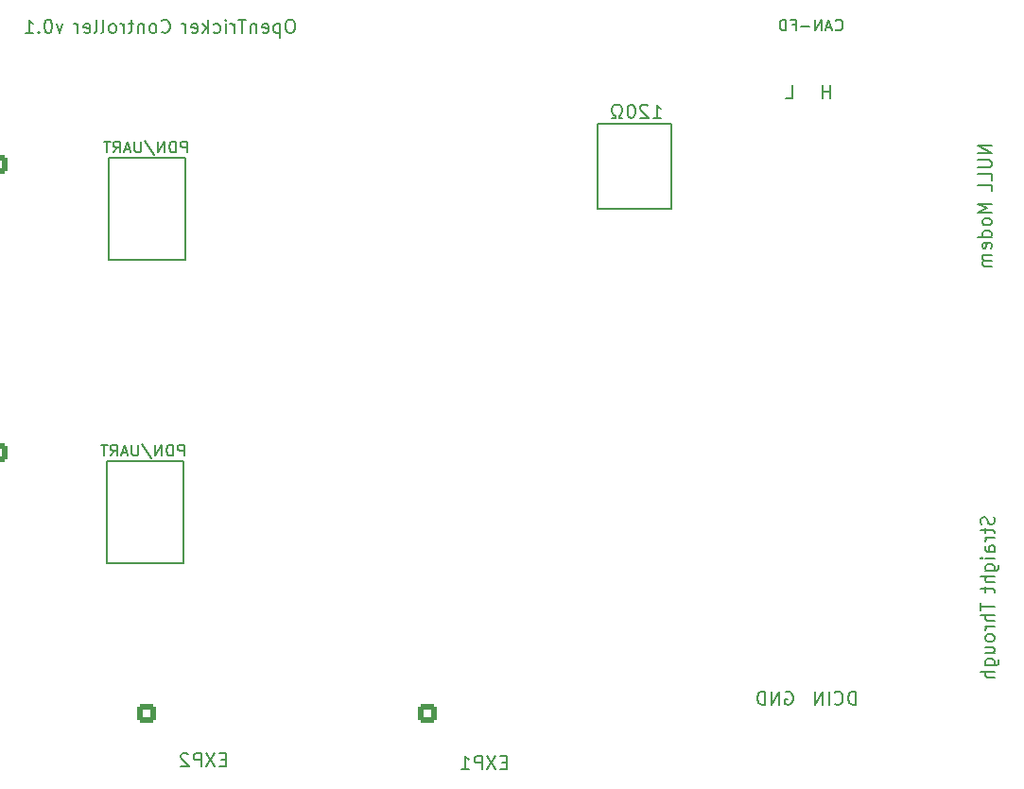
<source format=gbr>
%TF.GenerationSoftware,KiCad,Pcbnew,(7.0.0)*%
%TF.CreationDate,2023-03-03T20:24:59+13:00*%
%TF.ProjectId,pico_expansion_board,7069636f-5f65-4787-9061-6e73696f6e5f,rev?*%
%TF.SameCoordinates,Original*%
%TF.FileFunction,Legend,Bot*%
%TF.FilePolarity,Positive*%
%FSLAX46Y46*%
G04 Gerber Fmt 4.6, Leading zero omitted, Abs format (unit mm)*
G04 Created by KiCad (PCBNEW (7.0.0)) date 2023-03-03 20:24:59*
%MOMM*%
%LPD*%
G01*
G04 APERTURE LIST*
G04 Aperture macros list*
%AMRoundRect*
0 Rectangle with rounded corners*
0 $1 Rounding radius*
0 $2 $3 $4 $5 $6 $7 $8 $9 X,Y pos of 4 corners*
0 Add a 4 corners polygon primitive as box body*
4,1,4,$2,$3,$4,$5,$6,$7,$8,$9,$2,$3,0*
0 Add four circle primitives for the rounded corners*
1,1,$1+$1,$2,$3*
1,1,$1+$1,$4,$5*
1,1,$1+$1,$6,$7*
1,1,$1+$1,$8,$9*
0 Add four rect primitives between the rounded corners*
20,1,$1+$1,$2,$3,$4,$5,0*
20,1,$1+$1,$4,$5,$6,$7,0*
20,1,$1+$1,$6,$7,$8,$9,0*
20,1,$1+$1,$8,$9,$2,$3,0*%
G04 Aperture macros list end*
%ADD10C,0.150000*%
%ADD11R,1.350000X1.350000*%
%ADD12O,1.350000X1.350000*%
%ADD13R,3.000000X3.000000*%
%ADD14C,3.000000*%
%ADD15C,6.400000*%
%ADD16RoundRect,0.250000X0.600000X-0.600000X0.600000X0.600000X-0.600000X0.600000X-0.600000X-0.600000X0*%
%ADD17C,1.700000*%
%ADD18O,1.800000X1.800000*%
%ADD19O,1.500000X1.500000*%
%ADD20O,1.700000X1.700000*%
%ADD21R,1.700000X1.700000*%
%ADD22C,1.200000*%
%ADD23RoundRect,0.250000X-0.725000X0.600000X-0.725000X-0.600000X0.725000X-0.600000X0.725000X0.600000X0*%
%ADD24O,1.950000X1.700000*%
%ADD25C,4.000000*%
%ADD26R,1.600000X1.600000*%
%ADD27C,1.600000*%
%ADD28R,2.100000X2.100000*%
%ADD29C,2.100000*%
G04 APERTURE END LIST*
D10*
X109982000Y-68834000D02*
X116586000Y-68834000D01*
X116586000Y-68834000D02*
X116586000Y-76454000D01*
X116586000Y-76454000D02*
X109982000Y-76454000D01*
X109982000Y-76454000D02*
X109982000Y-68834000D01*
X66167000Y-71882000D02*
X73025000Y-71882000D01*
X73025000Y-71882000D02*
X73025000Y-81026000D01*
X73025000Y-81026000D02*
X66167000Y-81026000D01*
X66167000Y-81026000D02*
X66167000Y-71882000D01*
X66040000Y-99060000D02*
X72898000Y-99060000D01*
X72898000Y-99060000D02*
X72898000Y-108204000D01*
X72898000Y-108204000D02*
X66040000Y-108204000D01*
X66040000Y-108204000D02*
X66040000Y-99060000D01*
X82543714Y-59498857D02*
X82315142Y-59498857D01*
X82315142Y-59498857D02*
X82200857Y-59556000D01*
X82200857Y-59556000D02*
X82086571Y-59670285D01*
X82086571Y-59670285D02*
X82029428Y-59898857D01*
X82029428Y-59898857D02*
X82029428Y-60298857D01*
X82029428Y-60298857D02*
X82086571Y-60527428D01*
X82086571Y-60527428D02*
X82200857Y-60641714D01*
X82200857Y-60641714D02*
X82315142Y-60698857D01*
X82315142Y-60698857D02*
X82543714Y-60698857D01*
X82543714Y-60698857D02*
X82658000Y-60641714D01*
X82658000Y-60641714D02*
X82772285Y-60527428D01*
X82772285Y-60527428D02*
X82829428Y-60298857D01*
X82829428Y-60298857D02*
X82829428Y-59898857D01*
X82829428Y-59898857D02*
X82772285Y-59670285D01*
X82772285Y-59670285D02*
X82658000Y-59556000D01*
X82658000Y-59556000D02*
X82543714Y-59498857D01*
X81515142Y-59898857D02*
X81515142Y-61098857D01*
X81515142Y-59956000D02*
X81400857Y-59898857D01*
X81400857Y-59898857D02*
X81172285Y-59898857D01*
X81172285Y-59898857D02*
X81057999Y-59956000D01*
X81057999Y-59956000D02*
X81000857Y-60013142D01*
X81000857Y-60013142D02*
X80943714Y-60127428D01*
X80943714Y-60127428D02*
X80943714Y-60470285D01*
X80943714Y-60470285D02*
X81000857Y-60584571D01*
X81000857Y-60584571D02*
X81057999Y-60641714D01*
X81057999Y-60641714D02*
X81172285Y-60698857D01*
X81172285Y-60698857D02*
X81400857Y-60698857D01*
X81400857Y-60698857D02*
X81515142Y-60641714D01*
X79972285Y-60641714D02*
X80086571Y-60698857D01*
X80086571Y-60698857D02*
X80315143Y-60698857D01*
X80315143Y-60698857D02*
X80429428Y-60641714D01*
X80429428Y-60641714D02*
X80486571Y-60527428D01*
X80486571Y-60527428D02*
X80486571Y-60070285D01*
X80486571Y-60070285D02*
X80429428Y-59956000D01*
X80429428Y-59956000D02*
X80315143Y-59898857D01*
X80315143Y-59898857D02*
X80086571Y-59898857D01*
X80086571Y-59898857D02*
X79972285Y-59956000D01*
X79972285Y-59956000D02*
X79915143Y-60070285D01*
X79915143Y-60070285D02*
X79915143Y-60184571D01*
X79915143Y-60184571D02*
X80486571Y-60298857D01*
X79400857Y-59898857D02*
X79400857Y-60698857D01*
X79400857Y-60013142D02*
X79343714Y-59956000D01*
X79343714Y-59956000D02*
X79229429Y-59898857D01*
X79229429Y-59898857D02*
X79058000Y-59898857D01*
X79058000Y-59898857D02*
X78943714Y-59956000D01*
X78943714Y-59956000D02*
X78886572Y-60070285D01*
X78886572Y-60070285D02*
X78886572Y-60698857D01*
X78486572Y-59498857D02*
X77800858Y-59498857D01*
X78143715Y-60698857D02*
X78143715Y-59498857D01*
X77400857Y-60698857D02*
X77400857Y-59898857D01*
X77400857Y-60127428D02*
X77343714Y-60013142D01*
X77343714Y-60013142D02*
X77286572Y-59956000D01*
X77286572Y-59956000D02*
X77172286Y-59898857D01*
X77172286Y-59898857D02*
X77058000Y-59898857D01*
X76658000Y-60698857D02*
X76658000Y-59898857D01*
X76658000Y-59498857D02*
X76715143Y-59556000D01*
X76715143Y-59556000D02*
X76658000Y-59613142D01*
X76658000Y-59613142D02*
X76600857Y-59556000D01*
X76600857Y-59556000D02*
X76658000Y-59498857D01*
X76658000Y-59498857D02*
X76658000Y-59613142D01*
X75572286Y-60641714D02*
X75686571Y-60698857D01*
X75686571Y-60698857D02*
X75915143Y-60698857D01*
X75915143Y-60698857D02*
X76029428Y-60641714D01*
X76029428Y-60641714D02*
X76086571Y-60584571D01*
X76086571Y-60584571D02*
X76143714Y-60470285D01*
X76143714Y-60470285D02*
X76143714Y-60127428D01*
X76143714Y-60127428D02*
X76086571Y-60013142D01*
X76086571Y-60013142D02*
X76029428Y-59956000D01*
X76029428Y-59956000D02*
X75915143Y-59898857D01*
X75915143Y-59898857D02*
X75686571Y-59898857D01*
X75686571Y-59898857D02*
X75572286Y-59956000D01*
X75058000Y-60698857D02*
X75058000Y-59498857D01*
X74943715Y-60241714D02*
X74600857Y-60698857D01*
X74600857Y-59898857D02*
X75058000Y-60356000D01*
X73629428Y-60641714D02*
X73743714Y-60698857D01*
X73743714Y-60698857D02*
X73972286Y-60698857D01*
X73972286Y-60698857D02*
X74086571Y-60641714D01*
X74086571Y-60641714D02*
X74143714Y-60527428D01*
X74143714Y-60527428D02*
X74143714Y-60070285D01*
X74143714Y-60070285D02*
X74086571Y-59956000D01*
X74086571Y-59956000D02*
X73972286Y-59898857D01*
X73972286Y-59898857D02*
X73743714Y-59898857D01*
X73743714Y-59898857D02*
X73629428Y-59956000D01*
X73629428Y-59956000D02*
X73572286Y-60070285D01*
X73572286Y-60070285D02*
X73572286Y-60184571D01*
X73572286Y-60184571D02*
X74143714Y-60298857D01*
X73058000Y-60698857D02*
X73058000Y-59898857D01*
X73058000Y-60127428D02*
X73000857Y-60013142D01*
X73000857Y-60013142D02*
X72943715Y-59956000D01*
X72943715Y-59956000D02*
X72829429Y-59898857D01*
X72829429Y-59898857D02*
X72715143Y-59898857D01*
X70909429Y-60584571D02*
X70966572Y-60641714D01*
X70966572Y-60641714D02*
X71138000Y-60698857D01*
X71138000Y-60698857D02*
X71252286Y-60698857D01*
X71252286Y-60698857D02*
X71423715Y-60641714D01*
X71423715Y-60641714D02*
X71538000Y-60527428D01*
X71538000Y-60527428D02*
X71595143Y-60413142D01*
X71595143Y-60413142D02*
X71652286Y-60184571D01*
X71652286Y-60184571D02*
X71652286Y-60013142D01*
X71652286Y-60013142D02*
X71595143Y-59784571D01*
X71595143Y-59784571D02*
X71538000Y-59670285D01*
X71538000Y-59670285D02*
X71423715Y-59556000D01*
X71423715Y-59556000D02*
X71252286Y-59498857D01*
X71252286Y-59498857D02*
X71138000Y-59498857D01*
X71138000Y-59498857D02*
X70966572Y-59556000D01*
X70966572Y-59556000D02*
X70909429Y-59613142D01*
X70223715Y-60698857D02*
X70338000Y-60641714D01*
X70338000Y-60641714D02*
X70395143Y-60584571D01*
X70395143Y-60584571D02*
X70452286Y-60470285D01*
X70452286Y-60470285D02*
X70452286Y-60127428D01*
X70452286Y-60127428D02*
X70395143Y-60013142D01*
X70395143Y-60013142D02*
X70338000Y-59956000D01*
X70338000Y-59956000D02*
X70223715Y-59898857D01*
X70223715Y-59898857D02*
X70052286Y-59898857D01*
X70052286Y-59898857D02*
X69938000Y-59956000D01*
X69938000Y-59956000D02*
X69880858Y-60013142D01*
X69880858Y-60013142D02*
X69823715Y-60127428D01*
X69823715Y-60127428D02*
X69823715Y-60470285D01*
X69823715Y-60470285D02*
X69880858Y-60584571D01*
X69880858Y-60584571D02*
X69938000Y-60641714D01*
X69938000Y-60641714D02*
X70052286Y-60698857D01*
X70052286Y-60698857D02*
X70223715Y-60698857D01*
X69309429Y-59898857D02*
X69309429Y-60698857D01*
X69309429Y-60013142D02*
X69252286Y-59956000D01*
X69252286Y-59956000D02*
X69138001Y-59898857D01*
X69138001Y-59898857D02*
X68966572Y-59898857D01*
X68966572Y-59898857D02*
X68852286Y-59956000D01*
X68852286Y-59956000D02*
X68795144Y-60070285D01*
X68795144Y-60070285D02*
X68795144Y-60698857D01*
X68395144Y-59898857D02*
X67938001Y-59898857D01*
X68223715Y-59498857D02*
X68223715Y-60527428D01*
X68223715Y-60527428D02*
X68166572Y-60641714D01*
X68166572Y-60641714D02*
X68052287Y-60698857D01*
X68052287Y-60698857D02*
X67938001Y-60698857D01*
X67538001Y-60698857D02*
X67538001Y-59898857D01*
X67538001Y-60127428D02*
X67480858Y-60013142D01*
X67480858Y-60013142D02*
X67423716Y-59956000D01*
X67423716Y-59956000D02*
X67309430Y-59898857D01*
X67309430Y-59898857D02*
X67195144Y-59898857D01*
X66623716Y-60698857D02*
X66738001Y-60641714D01*
X66738001Y-60641714D02*
X66795144Y-60584571D01*
X66795144Y-60584571D02*
X66852287Y-60470285D01*
X66852287Y-60470285D02*
X66852287Y-60127428D01*
X66852287Y-60127428D02*
X66795144Y-60013142D01*
X66795144Y-60013142D02*
X66738001Y-59956000D01*
X66738001Y-59956000D02*
X66623716Y-59898857D01*
X66623716Y-59898857D02*
X66452287Y-59898857D01*
X66452287Y-59898857D02*
X66338001Y-59956000D01*
X66338001Y-59956000D02*
X66280859Y-60013142D01*
X66280859Y-60013142D02*
X66223716Y-60127428D01*
X66223716Y-60127428D02*
X66223716Y-60470285D01*
X66223716Y-60470285D02*
X66280859Y-60584571D01*
X66280859Y-60584571D02*
X66338001Y-60641714D01*
X66338001Y-60641714D02*
X66452287Y-60698857D01*
X66452287Y-60698857D02*
X66623716Y-60698857D01*
X65538002Y-60698857D02*
X65652287Y-60641714D01*
X65652287Y-60641714D02*
X65709430Y-60527428D01*
X65709430Y-60527428D02*
X65709430Y-59498857D01*
X64909431Y-60698857D02*
X65023716Y-60641714D01*
X65023716Y-60641714D02*
X65080859Y-60527428D01*
X65080859Y-60527428D02*
X65080859Y-59498857D01*
X63995145Y-60641714D02*
X64109431Y-60698857D01*
X64109431Y-60698857D02*
X64338003Y-60698857D01*
X64338003Y-60698857D02*
X64452288Y-60641714D01*
X64452288Y-60641714D02*
X64509431Y-60527428D01*
X64509431Y-60527428D02*
X64509431Y-60070285D01*
X64509431Y-60070285D02*
X64452288Y-59956000D01*
X64452288Y-59956000D02*
X64338003Y-59898857D01*
X64338003Y-59898857D02*
X64109431Y-59898857D01*
X64109431Y-59898857D02*
X63995145Y-59956000D01*
X63995145Y-59956000D02*
X63938003Y-60070285D01*
X63938003Y-60070285D02*
X63938003Y-60184571D01*
X63938003Y-60184571D02*
X64509431Y-60298857D01*
X63423717Y-60698857D02*
X63423717Y-59898857D01*
X63423717Y-60127428D02*
X63366574Y-60013142D01*
X63366574Y-60013142D02*
X63309432Y-59956000D01*
X63309432Y-59956000D02*
X63195146Y-59898857D01*
X63195146Y-59898857D02*
X63080860Y-59898857D01*
X62075146Y-59898857D02*
X61789432Y-60698857D01*
X61789432Y-60698857D02*
X61503717Y-59898857D01*
X60818003Y-59498857D02*
X60703717Y-59498857D01*
X60703717Y-59498857D02*
X60589431Y-59556000D01*
X60589431Y-59556000D02*
X60532289Y-59613142D01*
X60532289Y-59613142D02*
X60475146Y-59727428D01*
X60475146Y-59727428D02*
X60418003Y-59956000D01*
X60418003Y-59956000D02*
X60418003Y-60241714D01*
X60418003Y-60241714D02*
X60475146Y-60470285D01*
X60475146Y-60470285D02*
X60532289Y-60584571D01*
X60532289Y-60584571D02*
X60589431Y-60641714D01*
X60589431Y-60641714D02*
X60703717Y-60698857D01*
X60703717Y-60698857D02*
X60818003Y-60698857D01*
X60818003Y-60698857D02*
X60932289Y-60641714D01*
X60932289Y-60641714D02*
X60989431Y-60584571D01*
X60989431Y-60584571D02*
X61046574Y-60470285D01*
X61046574Y-60470285D02*
X61103717Y-60241714D01*
X61103717Y-60241714D02*
X61103717Y-59956000D01*
X61103717Y-59956000D02*
X61046574Y-59727428D01*
X61046574Y-59727428D02*
X60989431Y-59613142D01*
X60989431Y-59613142D02*
X60932289Y-59556000D01*
X60932289Y-59556000D02*
X60818003Y-59498857D01*
X59903717Y-60584571D02*
X59846574Y-60641714D01*
X59846574Y-60641714D02*
X59903717Y-60698857D01*
X59903717Y-60698857D02*
X59960860Y-60641714D01*
X59960860Y-60641714D02*
X59903717Y-60584571D01*
X59903717Y-60584571D02*
X59903717Y-60698857D01*
X58703717Y-60698857D02*
X59389431Y-60698857D01*
X59046574Y-60698857D02*
X59046574Y-59498857D01*
X59046574Y-59498857D02*
X59160860Y-59670285D01*
X59160860Y-59670285D02*
X59275145Y-59784571D01*
X59275145Y-59784571D02*
X59389431Y-59841714D01*
X101821999Y-126050285D02*
X101421999Y-126050285D01*
X101250571Y-126678857D02*
X101821999Y-126678857D01*
X101821999Y-126678857D02*
X101821999Y-125478857D01*
X101821999Y-125478857D02*
X101250571Y-125478857D01*
X100850571Y-125478857D02*
X100050571Y-126678857D01*
X100050571Y-125478857D02*
X100850571Y-126678857D01*
X99593428Y-126678857D02*
X99593428Y-125478857D01*
X99593428Y-125478857D02*
X99136285Y-125478857D01*
X99136285Y-125478857D02*
X99022000Y-125536000D01*
X99022000Y-125536000D02*
X98964857Y-125593142D01*
X98964857Y-125593142D02*
X98907714Y-125707428D01*
X98907714Y-125707428D02*
X98907714Y-125878857D01*
X98907714Y-125878857D02*
X98964857Y-125993142D01*
X98964857Y-125993142D02*
X99022000Y-126050285D01*
X99022000Y-126050285D02*
X99136285Y-126107428D01*
X99136285Y-126107428D02*
X99593428Y-126107428D01*
X97764857Y-126678857D02*
X98450571Y-126678857D01*
X98107714Y-126678857D02*
X98107714Y-125478857D01*
X98107714Y-125478857D02*
X98222000Y-125650285D01*
X98222000Y-125650285D02*
X98336285Y-125764571D01*
X98336285Y-125764571D02*
X98450571Y-125821714D01*
X72913904Y-98588380D02*
X72913904Y-97588380D01*
X72913904Y-97588380D02*
X72532952Y-97588380D01*
X72532952Y-97588380D02*
X72437714Y-97636000D01*
X72437714Y-97636000D02*
X72390095Y-97683619D01*
X72390095Y-97683619D02*
X72342476Y-97778857D01*
X72342476Y-97778857D02*
X72342476Y-97921714D01*
X72342476Y-97921714D02*
X72390095Y-98016952D01*
X72390095Y-98016952D02*
X72437714Y-98064571D01*
X72437714Y-98064571D02*
X72532952Y-98112190D01*
X72532952Y-98112190D02*
X72913904Y-98112190D01*
X71913904Y-98588380D02*
X71913904Y-97588380D01*
X71913904Y-97588380D02*
X71675809Y-97588380D01*
X71675809Y-97588380D02*
X71532952Y-97636000D01*
X71532952Y-97636000D02*
X71437714Y-97731238D01*
X71437714Y-97731238D02*
X71390095Y-97826476D01*
X71390095Y-97826476D02*
X71342476Y-98016952D01*
X71342476Y-98016952D02*
X71342476Y-98159809D01*
X71342476Y-98159809D02*
X71390095Y-98350285D01*
X71390095Y-98350285D02*
X71437714Y-98445523D01*
X71437714Y-98445523D02*
X71532952Y-98540761D01*
X71532952Y-98540761D02*
X71675809Y-98588380D01*
X71675809Y-98588380D02*
X71913904Y-98588380D01*
X70913904Y-98588380D02*
X70913904Y-97588380D01*
X70913904Y-97588380D02*
X70342476Y-98588380D01*
X70342476Y-98588380D02*
X70342476Y-97588380D01*
X69152000Y-97540761D02*
X70009142Y-98826476D01*
X68818666Y-97588380D02*
X68818666Y-98397904D01*
X68818666Y-98397904D02*
X68771047Y-98493142D01*
X68771047Y-98493142D02*
X68723428Y-98540761D01*
X68723428Y-98540761D02*
X68628190Y-98588380D01*
X68628190Y-98588380D02*
X68437714Y-98588380D01*
X68437714Y-98588380D02*
X68342476Y-98540761D01*
X68342476Y-98540761D02*
X68294857Y-98493142D01*
X68294857Y-98493142D02*
X68247238Y-98397904D01*
X68247238Y-98397904D02*
X68247238Y-97588380D01*
X67818666Y-98302666D02*
X67342476Y-98302666D01*
X67913904Y-98588380D02*
X67580571Y-97588380D01*
X67580571Y-97588380D02*
X67247238Y-98588380D01*
X66342476Y-98588380D02*
X66675809Y-98112190D01*
X66913904Y-98588380D02*
X66913904Y-97588380D01*
X66913904Y-97588380D02*
X66532952Y-97588380D01*
X66532952Y-97588380D02*
X66437714Y-97636000D01*
X66437714Y-97636000D02*
X66390095Y-97683619D01*
X66390095Y-97683619D02*
X66342476Y-97778857D01*
X66342476Y-97778857D02*
X66342476Y-97921714D01*
X66342476Y-97921714D02*
X66390095Y-98016952D01*
X66390095Y-98016952D02*
X66437714Y-98064571D01*
X66437714Y-98064571D02*
X66532952Y-98112190D01*
X66532952Y-98112190D02*
X66913904Y-98112190D01*
X66056761Y-97588380D02*
X65485333Y-97588380D01*
X65771047Y-98588380D02*
X65771047Y-97588380D01*
X73167904Y-71410380D02*
X73167904Y-70410380D01*
X73167904Y-70410380D02*
X72786952Y-70410380D01*
X72786952Y-70410380D02*
X72691714Y-70458000D01*
X72691714Y-70458000D02*
X72644095Y-70505619D01*
X72644095Y-70505619D02*
X72596476Y-70600857D01*
X72596476Y-70600857D02*
X72596476Y-70743714D01*
X72596476Y-70743714D02*
X72644095Y-70838952D01*
X72644095Y-70838952D02*
X72691714Y-70886571D01*
X72691714Y-70886571D02*
X72786952Y-70934190D01*
X72786952Y-70934190D02*
X73167904Y-70934190D01*
X72167904Y-71410380D02*
X72167904Y-70410380D01*
X72167904Y-70410380D02*
X71929809Y-70410380D01*
X71929809Y-70410380D02*
X71786952Y-70458000D01*
X71786952Y-70458000D02*
X71691714Y-70553238D01*
X71691714Y-70553238D02*
X71644095Y-70648476D01*
X71644095Y-70648476D02*
X71596476Y-70838952D01*
X71596476Y-70838952D02*
X71596476Y-70981809D01*
X71596476Y-70981809D02*
X71644095Y-71172285D01*
X71644095Y-71172285D02*
X71691714Y-71267523D01*
X71691714Y-71267523D02*
X71786952Y-71362761D01*
X71786952Y-71362761D02*
X71929809Y-71410380D01*
X71929809Y-71410380D02*
X72167904Y-71410380D01*
X71167904Y-71410380D02*
X71167904Y-70410380D01*
X71167904Y-70410380D02*
X70596476Y-71410380D01*
X70596476Y-71410380D02*
X70596476Y-70410380D01*
X69406000Y-70362761D02*
X70263142Y-71648476D01*
X69072666Y-70410380D02*
X69072666Y-71219904D01*
X69072666Y-71219904D02*
X69025047Y-71315142D01*
X69025047Y-71315142D02*
X68977428Y-71362761D01*
X68977428Y-71362761D02*
X68882190Y-71410380D01*
X68882190Y-71410380D02*
X68691714Y-71410380D01*
X68691714Y-71410380D02*
X68596476Y-71362761D01*
X68596476Y-71362761D02*
X68548857Y-71315142D01*
X68548857Y-71315142D02*
X68501238Y-71219904D01*
X68501238Y-71219904D02*
X68501238Y-70410380D01*
X68072666Y-71124666D02*
X67596476Y-71124666D01*
X68167904Y-71410380D02*
X67834571Y-70410380D01*
X67834571Y-70410380D02*
X67501238Y-71410380D01*
X66596476Y-71410380D02*
X66929809Y-70934190D01*
X67167904Y-71410380D02*
X67167904Y-70410380D01*
X67167904Y-70410380D02*
X66786952Y-70410380D01*
X66786952Y-70410380D02*
X66691714Y-70458000D01*
X66691714Y-70458000D02*
X66644095Y-70505619D01*
X66644095Y-70505619D02*
X66596476Y-70600857D01*
X66596476Y-70600857D02*
X66596476Y-70743714D01*
X66596476Y-70743714D02*
X66644095Y-70838952D01*
X66644095Y-70838952D02*
X66691714Y-70886571D01*
X66691714Y-70886571D02*
X66786952Y-70934190D01*
X66786952Y-70934190D02*
X67167904Y-70934190D01*
X66310761Y-70410380D02*
X65739333Y-70410380D01*
X66025047Y-71410380D02*
X66025047Y-70410380D01*
X130778285Y-66540857D02*
X130778285Y-65340857D01*
X130778285Y-65912285D02*
X130092571Y-65912285D01*
X130092571Y-66540857D02*
X130092571Y-65340857D01*
X126789714Y-66540857D02*
X127361142Y-66540857D01*
X127361142Y-66540857D02*
X127361142Y-65340857D01*
X114909714Y-68318857D02*
X115595428Y-68318857D01*
X115252571Y-68318857D02*
X115252571Y-67118857D01*
X115252571Y-67118857D02*
X115366857Y-67290285D01*
X115366857Y-67290285D02*
X115481142Y-67404571D01*
X115481142Y-67404571D02*
X115595428Y-67461714D01*
X114452571Y-67233142D02*
X114395428Y-67176000D01*
X114395428Y-67176000D02*
X114281143Y-67118857D01*
X114281143Y-67118857D02*
X113995428Y-67118857D01*
X113995428Y-67118857D02*
X113881143Y-67176000D01*
X113881143Y-67176000D02*
X113824000Y-67233142D01*
X113824000Y-67233142D02*
X113766857Y-67347428D01*
X113766857Y-67347428D02*
X113766857Y-67461714D01*
X113766857Y-67461714D02*
X113824000Y-67633142D01*
X113824000Y-67633142D02*
X114509714Y-68318857D01*
X114509714Y-68318857D02*
X113766857Y-68318857D01*
X113024000Y-67118857D02*
X112909714Y-67118857D01*
X112909714Y-67118857D02*
X112795428Y-67176000D01*
X112795428Y-67176000D02*
X112738286Y-67233142D01*
X112738286Y-67233142D02*
X112681143Y-67347428D01*
X112681143Y-67347428D02*
X112624000Y-67576000D01*
X112624000Y-67576000D02*
X112624000Y-67861714D01*
X112624000Y-67861714D02*
X112681143Y-68090285D01*
X112681143Y-68090285D02*
X112738286Y-68204571D01*
X112738286Y-68204571D02*
X112795428Y-68261714D01*
X112795428Y-68261714D02*
X112909714Y-68318857D01*
X112909714Y-68318857D02*
X113024000Y-68318857D01*
X113024000Y-68318857D02*
X113138286Y-68261714D01*
X113138286Y-68261714D02*
X113195428Y-68204571D01*
X113195428Y-68204571D02*
X113252571Y-68090285D01*
X113252571Y-68090285D02*
X113309714Y-67861714D01*
X113309714Y-67861714D02*
X113309714Y-67576000D01*
X113309714Y-67576000D02*
X113252571Y-67347428D01*
X113252571Y-67347428D02*
X113195428Y-67233142D01*
X113195428Y-67233142D02*
X113138286Y-67176000D01*
X113138286Y-67176000D02*
X113024000Y-67118857D01*
X112166857Y-68318857D02*
X111881143Y-68318857D01*
X111881143Y-68318857D02*
X111881143Y-68090285D01*
X111881143Y-68090285D02*
X111995429Y-68033142D01*
X111995429Y-68033142D02*
X112109714Y-67918857D01*
X112109714Y-67918857D02*
X112166857Y-67747428D01*
X112166857Y-67747428D02*
X112166857Y-67461714D01*
X112166857Y-67461714D02*
X112109714Y-67290285D01*
X112109714Y-67290285D02*
X111995429Y-67176000D01*
X111995429Y-67176000D02*
X111824000Y-67118857D01*
X111824000Y-67118857D02*
X111595429Y-67118857D01*
X111595429Y-67118857D02*
X111424000Y-67176000D01*
X111424000Y-67176000D02*
X111309714Y-67290285D01*
X111309714Y-67290285D02*
X111252571Y-67461714D01*
X111252571Y-67461714D02*
X111252571Y-67747428D01*
X111252571Y-67747428D02*
X111309714Y-67918857D01*
X111309714Y-67918857D02*
X111424000Y-68033142D01*
X111424000Y-68033142D02*
X111538286Y-68090285D01*
X111538286Y-68090285D02*
X111538286Y-68318857D01*
X111538286Y-68318857D02*
X111252571Y-68318857D01*
X131270476Y-60393142D02*
X131318095Y-60440761D01*
X131318095Y-60440761D02*
X131460952Y-60488380D01*
X131460952Y-60488380D02*
X131556190Y-60488380D01*
X131556190Y-60488380D02*
X131699047Y-60440761D01*
X131699047Y-60440761D02*
X131794285Y-60345523D01*
X131794285Y-60345523D02*
X131841904Y-60250285D01*
X131841904Y-60250285D02*
X131889523Y-60059809D01*
X131889523Y-60059809D02*
X131889523Y-59916952D01*
X131889523Y-59916952D02*
X131841904Y-59726476D01*
X131841904Y-59726476D02*
X131794285Y-59631238D01*
X131794285Y-59631238D02*
X131699047Y-59536000D01*
X131699047Y-59536000D02*
X131556190Y-59488380D01*
X131556190Y-59488380D02*
X131460952Y-59488380D01*
X131460952Y-59488380D02*
X131318095Y-59536000D01*
X131318095Y-59536000D02*
X131270476Y-59583619D01*
X130889523Y-60202666D02*
X130413333Y-60202666D01*
X130984761Y-60488380D02*
X130651428Y-59488380D01*
X130651428Y-59488380D02*
X130318095Y-60488380D01*
X129984761Y-60488380D02*
X129984761Y-59488380D01*
X129984761Y-59488380D02*
X129413333Y-60488380D01*
X129413333Y-60488380D02*
X129413333Y-59488380D01*
X128937142Y-60107428D02*
X128175238Y-60107428D01*
X127365714Y-59964571D02*
X127699047Y-59964571D01*
X127699047Y-60488380D02*
X127699047Y-59488380D01*
X127699047Y-59488380D02*
X127222857Y-59488380D01*
X126841904Y-60488380D02*
X126841904Y-59488380D01*
X126841904Y-59488380D02*
X126603809Y-59488380D01*
X126603809Y-59488380D02*
X126460952Y-59536000D01*
X126460952Y-59536000D02*
X126365714Y-59631238D01*
X126365714Y-59631238D02*
X126318095Y-59726476D01*
X126318095Y-59726476D02*
X126270476Y-59916952D01*
X126270476Y-59916952D02*
X126270476Y-60059809D01*
X126270476Y-60059809D02*
X126318095Y-60250285D01*
X126318095Y-60250285D02*
X126365714Y-60345523D01*
X126365714Y-60345523D02*
X126460952Y-60440761D01*
X126460952Y-60440761D02*
X126603809Y-60488380D01*
X126603809Y-60488380D02*
X126841904Y-60488380D01*
X133064285Y-120896857D02*
X133064285Y-119696857D01*
X133064285Y-119696857D02*
X132778571Y-119696857D01*
X132778571Y-119696857D02*
X132607142Y-119754000D01*
X132607142Y-119754000D02*
X132492857Y-119868285D01*
X132492857Y-119868285D02*
X132435714Y-119982571D01*
X132435714Y-119982571D02*
X132378571Y-120211142D01*
X132378571Y-120211142D02*
X132378571Y-120382571D01*
X132378571Y-120382571D02*
X132435714Y-120611142D01*
X132435714Y-120611142D02*
X132492857Y-120725428D01*
X132492857Y-120725428D02*
X132607142Y-120839714D01*
X132607142Y-120839714D02*
X132778571Y-120896857D01*
X132778571Y-120896857D02*
X133064285Y-120896857D01*
X131178571Y-120782571D02*
X131235714Y-120839714D01*
X131235714Y-120839714D02*
X131407142Y-120896857D01*
X131407142Y-120896857D02*
X131521428Y-120896857D01*
X131521428Y-120896857D02*
X131692857Y-120839714D01*
X131692857Y-120839714D02*
X131807142Y-120725428D01*
X131807142Y-120725428D02*
X131864285Y-120611142D01*
X131864285Y-120611142D02*
X131921428Y-120382571D01*
X131921428Y-120382571D02*
X131921428Y-120211142D01*
X131921428Y-120211142D02*
X131864285Y-119982571D01*
X131864285Y-119982571D02*
X131807142Y-119868285D01*
X131807142Y-119868285D02*
X131692857Y-119754000D01*
X131692857Y-119754000D02*
X131521428Y-119696857D01*
X131521428Y-119696857D02*
X131407142Y-119696857D01*
X131407142Y-119696857D02*
X131235714Y-119754000D01*
X131235714Y-119754000D02*
X131178571Y-119811142D01*
X130664285Y-120896857D02*
X130664285Y-119696857D01*
X130092856Y-120896857D02*
X130092856Y-119696857D01*
X130092856Y-119696857D02*
X129407142Y-120896857D01*
X129407142Y-120896857D02*
X129407142Y-119696857D01*
X126767142Y-119754000D02*
X126881428Y-119696857D01*
X126881428Y-119696857D02*
X127052856Y-119696857D01*
X127052856Y-119696857D02*
X127224285Y-119754000D01*
X127224285Y-119754000D02*
X127338570Y-119868285D01*
X127338570Y-119868285D02*
X127395713Y-119982571D01*
X127395713Y-119982571D02*
X127452856Y-120211142D01*
X127452856Y-120211142D02*
X127452856Y-120382571D01*
X127452856Y-120382571D02*
X127395713Y-120611142D01*
X127395713Y-120611142D02*
X127338570Y-120725428D01*
X127338570Y-120725428D02*
X127224285Y-120839714D01*
X127224285Y-120839714D02*
X127052856Y-120896857D01*
X127052856Y-120896857D02*
X126938570Y-120896857D01*
X126938570Y-120896857D02*
X126767142Y-120839714D01*
X126767142Y-120839714D02*
X126709999Y-120782571D01*
X126709999Y-120782571D02*
X126709999Y-120382571D01*
X126709999Y-120382571D02*
X126938570Y-120382571D01*
X126195713Y-120896857D02*
X126195713Y-119696857D01*
X126195713Y-119696857D02*
X125509999Y-120896857D01*
X125509999Y-120896857D02*
X125509999Y-119696857D01*
X124938570Y-120896857D02*
X124938570Y-119696857D01*
X124938570Y-119696857D02*
X124652856Y-119696857D01*
X124652856Y-119696857D02*
X124481427Y-119754000D01*
X124481427Y-119754000D02*
X124367142Y-119868285D01*
X124367142Y-119868285D02*
X124309999Y-119982571D01*
X124309999Y-119982571D02*
X124252856Y-120211142D01*
X124252856Y-120211142D02*
X124252856Y-120382571D01*
X124252856Y-120382571D02*
X124309999Y-120611142D01*
X124309999Y-120611142D02*
X124367142Y-120725428D01*
X124367142Y-120725428D02*
X124481427Y-120839714D01*
X124481427Y-120839714D02*
X124652856Y-120896857D01*
X124652856Y-120896857D02*
X124938570Y-120896857D01*
X76675999Y-125796285D02*
X76275999Y-125796285D01*
X76104571Y-126424857D02*
X76675999Y-126424857D01*
X76675999Y-126424857D02*
X76675999Y-125224857D01*
X76675999Y-125224857D02*
X76104571Y-125224857D01*
X75704571Y-125224857D02*
X74904571Y-126424857D01*
X74904571Y-125224857D02*
X75704571Y-126424857D01*
X74447428Y-126424857D02*
X74447428Y-125224857D01*
X74447428Y-125224857D02*
X73990285Y-125224857D01*
X73990285Y-125224857D02*
X73876000Y-125282000D01*
X73876000Y-125282000D02*
X73818857Y-125339142D01*
X73818857Y-125339142D02*
X73761714Y-125453428D01*
X73761714Y-125453428D02*
X73761714Y-125624857D01*
X73761714Y-125624857D02*
X73818857Y-125739142D01*
X73818857Y-125739142D02*
X73876000Y-125796285D01*
X73876000Y-125796285D02*
X73990285Y-125853428D01*
X73990285Y-125853428D02*
X74447428Y-125853428D01*
X73304571Y-125339142D02*
X73247428Y-125282000D01*
X73247428Y-125282000D02*
X73133143Y-125224857D01*
X73133143Y-125224857D02*
X72847428Y-125224857D01*
X72847428Y-125224857D02*
X72733143Y-125282000D01*
X72733143Y-125282000D02*
X72676000Y-125339142D01*
X72676000Y-125339142D02*
X72618857Y-125453428D01*
X72618857Y-125453428D02*
X72618857Y-125567714D01*
X72618857Y-125567714D02*
X72676000Y-125739142D01*
X72676000Y-125739142D02*
X73361714Y-126424857D01*
X73361714Y-126424857D02*
X72618857Y-126424857D01*
X145220857Y-70811428D02*
X144020857Y-70811428D01*
X144020857Y-70811428D02*
X145220857Y-71497142D01*
X145220857Y-71497142D02*
X144020857Y-71497142D01*
X144020857Y-72068571D02*
X144992285Y-72068571D01*
X144992285Y-72068571D02*
X145106571Y-72125714D01*
X145106571Y-72125714D02*
X145163714Y-72182857D01*
X145163714Y-72182857D02*
X145220857Y-72297142D01*
X145220857Y-72297142D02*
X145220857Y-72525714D01*
X145220857Y-72525714D02*
X145163714Y-72639999D01*
X145163714Y-72639999D02*
X145106571Y-72697142D01*
X145106571Y-72697142D02*
X144992285Y-72754285D01*
X144992285Y-72754285D02*
X144020857Y-72754285D01*
X145220857Y-73897142D02*
X145220857Y-73325714D01*
X145220857Y-73325714D02*
X144020857Y-73325714D01*
X145220857Y-74868571D02*
X145220857Y-74297143D01*
X145220857Y-74297143D02*
X144020857Y-74297143D01*
X145220857Y-75988572D02*
X144020857Y-75988572D01*
X144020857Y-75988572D02*
X144878000Y-76388572D01*
X144878000Y-76388572D02*
X144020857Y-76788572D01*
X144020857Y-76788572D02*
X145220857Y-76788572D01*
X145220857Y-77531429D02*
X145163714Y-77417144D01*
X145163714Y-77417144D02*
X145106571Y-77360001D01*
X145106571Y-77360001D02*
X144992285Y-77302858D01*
X144992285Y-77302858D02*
X144649428Y-77302858D01*
X144649428Y-77302858D02*
X144535142Y-77360001D01*
X144535142Y-77360001D02*
X144478000Y-77417144D01*
X144478000Y-77417144D02*
X144420857Y-77531429D01*
X144420857Y-77531429D02*
X144420857Y-77702858D01*
X144420857Y-77702858D02*
X144478000Y-77817144D01*
X144478000Y-77817144D02*
X144535142Y-77874287D01*
X144535142Y-77874287D02*
X144649428Y-77931429D01*
X144649428Y-77931429D02*
X144992285Y-77931429D01*
X144992285Y-77931429D02*
X145106571Y-77874287D01*
X145106571Y-77874287D02*
X145163714Y-77817144D01*
X145163714Y-77817144D02*
X145220857Y-77702858D01*
X145220857Y-77702858D02*
X145220857Y-77531429D01*
X145220857Y-78960001D02*
X144020857Y-78960001D01*
X145163714Y-78960001D02*
X145220857Y-78845715D01*
X145220857Y-78845715D02*
X145220857Y-78617143D01*
X145220857Y-78617143D02*
X145163714Y-78502858D01*
X145163714Y-78502858D02*
X145106571Y-78445715D01*
X145106571Y-78445715D02*
X144992285Y-78388572D01*
X144992285Y-78388572D02*
X144649428Y-78388572D01*
X144649428Y-78388572D02*
X144535142Y-78445715D01*
X144535142Y-78445715D02*
X144478000Y-78502858D01*
X144478000Y-78502858D02*
X144420857Y-78617143D01*
X144420857Y-78617143D02*
X144420857Y-78845715D01*
X144420857Y-78845715D02*
X144478000Y-78960001D01*
X145163714Y-79988572D02*
X145220857Y-79874286D01*
X145220857Y-79874286D02*
X145220857Y-79645715D01*
X145220857Y-79645715D02*
X145163714Y-79531429D01*
X145163714Y-79531429D02*
X145049428Y-79474286D01*
X145049428Y-79474286D02*
X144592285Y-79474286D01*
X144592285Y-79474286D02*
X144478000Y-79531429D01*
X144478000Y-79531429D02*
X144420857Y-79645715D01*
X144420857Y-79645715D02*
X144420857Y-79874286D01*
X144420857Y-79874286D02*
X144478000Y-79988572D01*
X144478000Y-79988572D02*
X144592285Y-80045715D01*
X144592285Y-80045715D02*
X144706571Y-80045715D01*
X144706571Y-80045715D02*
X144820857Y-79474286D01*
X145220857Y-80560000D02*
X144420857Y-80560000D01*
X144535142Y-80560000D02*
X144478000Y-80617143D01*
X144478000Y-80617143D02*
X144420857Y-80731428D01*
X144420857Y-80731428D02*
X144420857Y-80902857D01*
X144420857Y-80902857D02*
X144478000Y-81017143D01*
X144478000Y-81017143D02*
X144592285Y-81074286D01*
X144592285Y-81074286D02*
X145220857Y-81074286D01*
X144592285Y-81074286D02*
X144478000Y-81131428D01*
X144478000Y-81131428D02*
X144420857Y-81245714D01*
X144420857Y-81245714D02*
X144420857Y-81417143D01*
X144420857Y-81417143D02*
X144478000Y-81531428D01*
X144478000Y-81531428D02*
X144592285Y-81588571D01*
X144592285Y-81588571D02*
X145220857Y-81588571D01*
%TO.C,J6*%
X145417714Y-104044858D02*
X145474857Y-104216287D01*
X145474857Y-104216287D02*
X145474857Y-104502001D01*
X145474857Y-104502001D02*
X145417714Y-104616287D01*
X145417714Y-104616287D02*
X145360571Y-104673429D01*
X145360571Y-104673429D02*
X145246285Y-104730572D01*
X145246285Y-104730572D02*
X145132000Y-104730572D01*
X145132000Y-104730572D02*
X145017714Y-104673429D01*
X145017714Y-104673429D02*
X144960571Y-104616287D01*
X144960571Y-104616287D02*
X144903428Y-104502001D01*
X144903428Y-104502001D02*
X144846285Y-104273429D01*
X144846285Y-104273429D02*
X144789142Y-104159144D01*
X144789142Y-104159144D02*
X144732000Y-104102001D01*
X144732000Y-104102001D02*
X144617714Y-104044858D01*
X144617714Y-104044858D02*
X144503428Y-104044858D01*
X144503428Y-104044858D02*
X144389142Y-104102001D01*
X144389142Y-104102001D02*
X144332000Y-104159144D01*
X144332000Y-104159144D02*
X144274857Y-104273429D01*
X144274857Y-104273429D02*
X144274857Y-104559144D01*
X144274857Y-104559144D02*
X144332000Y-104730572D01*
X144674857Y-105073429D02*
X144674857Y-105530572D01*
X144274857Y-105244858D02*
X145303428Y-105244858D01*
X145303428Y-105244858D02*
X145417714Y-105302001D01*
X145417714Y-105302001D02*
X145474857Y-105416286D01*
X145474857Y-105416286D02*
X145474857Y-105530572D01*
X145474857Y-105930572D02*
X144674857Y-105930572D01*
X144903428Y-105930572D02*
X144789142Y-105987715D01*
X144789142Y-105987715D02*
X144732000Y-106044858D01*
X144732000Y-106044858D02*
X144674857Y-106159143D01*
X144674857Y-106159143D02*
X144674857Y-106273429D01*
X145474857Y-107187715D02*
X144846285Y-107187715D01*
X144846285Y-107187715D02*
X144732000Y-107130572D01*
X144732000Y-107130572D02*
X144674857Y-107016286D01*
X144674857Y-107016286D02*
X144674857Y-106787715D01*
X144674857Y-106787715D02*
X144732000Y-106673429D01*
X145417714Y-107187715D02*
X145474857Y-107073429D01*
X145474857Y-107073429D02*
X145474857Y-106787715D01*
X145474857Y-106787715D02*
X145417714Y-106673429D01*
X145417714Y-106673429D02*
X145303428Y-106616286D01*
X145303428Y-106616286D02*
X145189142Y-106616286D01*
X145189142Y-106616286D02*
X145074857Y-106673429D01*
X145074857Y-106673429D02*
X145017714Y-106787715D01*
X145017714Y-106787715D02*
X145017714Y-107073429D01*
X145017714Y-107073429D02*
X144960571Y-107187715D01*
X145474857Y-107759143D02*
X144674857Y-107759143D01*
X144274857Y-107759143D02*
X144332000Y-107702000D01*
X144332000Y-107702000D02*
X144389142Y-107759143D01*
X144389142Y-107759143D02*
X144332000Y-107816286D01*
X144332000Y-107816286D02*
X144274857Y-107759143D01*
X144274857Y-107759143D02*
X144389142Y-107759143D01*
X144674857Y-108844858D02*
X145646285Y-108844858D01*
X145646285Y-108844858D02*
X145760571Y-108787715D01*
X145760571Y-108787715D02*
X145817714Y-108730572D01*
X145817714Y-108730572D02*
X145874857Y-108616286D01*
X145874857Y-108616286D02*
X145874857Y-108444858D01*
X145874857Y-108444858D02*
X145817714Y-108330572D01*
X145417714Y-108844858D02*
X145474857Y-108730572D01*
X145474857Y-108730572D02*
X145474857Y-108502000D01*
X145474857Y-108502000D02*
X145417714Y-108387715D01*
X145417714Y-108387715D02*
X145360571Y-108330572D01*
X145360571Y-108330572D02*
X145246285Y-108273429D01*
X145246285Y-108273429D02*
X144903428Y-108273429D01*
X144903428Y-108273429D02*
X144789142Y-108330572D01*
X144789142Y-108330572D02*
X144732000Y-108387715D01*
X144732000Y-108387715D02*
X144674857Y-108502000D01*
X144674857Y-108502000D02*
X144674857Y-108730572D01*
X144674857Y-108730572D02*
X144732000Y-108844858D01*
X145474857Y-109416286D02*
X144274857Y-109416286D01*
X145474857Y-109930572D02*
X144846285Y-109930572D01*
X144846285Y-109930572D02*
X144732000Y-109873429D01*
X144732000Y-109873429D02*
X144674857Y-109759143D01*
X144674857Y-109759143D02*
X144674857Y-109587714D01*
X144674857Y-109587714D02*
X144732000Y-109473429D01*
X144732000Y-109473429D02*
X144789142Y-109416286D01*
X144674857Y-110330571D02*
X144674857Y-110787714D01*
X144274857Y-110502000D02*
X145303428Y-110502000D01*
X145303428Y-110502000D02*
X145417714Y-110559143D01*
X145417714Y-110559143D02*
X145474857Y-110673428D01*
X145474857Y-110673428D02*
X145474857Y-110787714D01*
X144274857Y-111736285D02*
X144274857Y-112422000D01*
X145474857Y-112079142D02*
X144274857Y-112079142D01*
X145474857Y-112822000D02*
X144274857Y-112822000D01*
X145474857Y-113336286D02*
X144846285Y-113336286D01*
X144846285Y-113336286D02*
X144732000Y-113279143D01*
X144732000Y-113279143D02*
X144674857Y-113164857D01*
X144674857Y-113164857D02*
X144674857Y-112993428D01*
X144674857Y-112993428D02*
X144732000Y-112879143D01*
X144732000Y-112879143D02*
X144789142Y-112822000D01*
X145474857Y-113907714D02*
X144674857Y-113907714D01*
X144903428Y-113907714D02*
X144789142Y-113964857D01*
X144789142Y-113964857D02*
X144732000Y-114022000D01*
X144732000Y-114022000D02*
X144674857Y-114136285D01*
X144674857Y-114136285D02*
X144674857Y-114250571D01*
X145474857Y-114821999D02*
X145417714Y-114707714D01*
X145417714Y-114707714D02*
X145360571Y-114650571D01*
X145360571Y-114650571D02*
X145246285Y-114593428D01*
X145246285Y-114593428D02*
X144903428Y-114593428D01*
X144903428Y-114593428D02*
X144789142Y-114650571D01*
X144789142Y-114650571D02*
X144732000Y-114707714D01*
X144732000Y-114707714D02*
X144674857Y-114821999D01*
X144674857Y-114821999D02*
X144674857Y-114993428D01*
X144674857Y-114993428D02*
X144732000Y-115107714D01*
X144732000Y-115107714D02*
X144789142Y-115164857D01*
X144789142Y-115164857D02*
X144903428Y-115221999D01*
X144903428Y-115221999D02*
X145246285Y-115221999D01*
X145246285Y-115221999D02*
X145360571Y-115164857D01*
X145360571Y-115164857D02*
X145417714Y-115107714D01*
X145417714Y-115107714D02*
X145474857Y-114993428D01*
X145474857Y-114993428D02*
X145474857Y-114821999D01*
X144674857Y-116250571D02*
X145474857Y-116250571D01*
X144674857Y-115736285D02*
X145303428Y-115736285D01*
X145303428Y-115736285D02*
X145417714Y-115793428D01*
X145417714Y-115793428D02*
X145474857Y-115907713D01*
X145474857Y-115907713D02*
X145474857Y-116079142D01*
X145474857Y-116079142D02*
X145417714Y-116193428D01*
X145417714Y-116193428D02*
X145360571Y-116250571D01*
X144674857Y-117336285D02*
X145646285Y-117336285D01*
X145646285Y-117336285D02*
X145760571Y-117279142D01*
X145760571Y-117279142D02*
X145817714Y-117221999D01*
X145817714Y-117221999D02*
X145874857Y-117107713D01*
X145874857Y-117107713D02*
X145874857Y-116936285D01*
X145874857Y-116936285D02*
X145817714Y-116821999D01*
X145417714Y-117336285D02*
X145474857Y-117221999D01*
X145474857Y-117221999D02*
X145474857Y-116993427D01*
X145474857Y-116993427D02*
X145417714Y-116879142D01*
X145417714Y-116879142D02*
X145360571Y-116821999D01*
X145360571Y-116821999D02*
X145246285Y-116764856D01*
X145246285Y-116764856D02*
X144903428Y-116764856D01*
X144903428Y-116764856D02*
X144789142Y-116821999D01*
X144789142Y-116821999D02*
X144732000Y-116879142D01*
X144732000Y-116879142D02*
X144674857Y-116993427D01*
X144674857Y-116993427D02*
X144674857Y-117221999D01*
X144674857Y-117221999D02*
X144732000Y-117336285D01*
X145474857Y-117907713D02*
X144274857Y-117907713D01*
X145474857Y-118421999D02*
X144846285Y-118421999D01*
X144846285Y-118421999D02*
X144732000Y-118364856D01*
X144732000Y-118364856D02*
X144674857Y-118250570D01*
X144674857Y-118250570D02*
X144674857Y-118079141D01*
X144674857Y-118079141D02*
X144732000Y-117964856D01*
X144732000Y-117964856D02*
X144789142Y-117907713D01*
%TD*%
%LPC*%
D11*
%TO.C,JP3*%
X68357999Y-101345999D03*
D12*
X70357999Y-101345999D03*
%TD*%
D13*
%TO.C,J1*%
X126237999Y-123189999D03*
D14*
X131318000Y-123190000D03*
%TD*%
D15*
%TO.C,H2*%
X55512000Y-123190000D03*
%TD*%
D11*
%TO.C,JP1*%
X68315999Y-74167999D03*
D12*
X70315999Y-74167999D03*
%TD*%
D15*
%TO.C,H4*%
X117488000Y-63246000D03*
%TD*%
D16*
%TO.C,J8*%
X94742000Y-121666000D03*
D17*
X94742000Y-119126000D03*
X97282000Y-121666000D03*
X97282000Y-119126000D03*
X99822000Y-121666000D03*
X99822000Y-119126000D03*
X102362000Y-121666000D03*
X102362000Y-119126000D03*
X104902000Y-121666000D03*
X104902000Y-119126000D03*
%TD*%
D11*
%TO.C,JP9*%
X114553999Y-73405999D03*
D12*
X114553999Y-71405999D03*
%TD*%
D13*
%TO.C,J10*%
X131571999Y-62991999D03*
D14*
X126492000Y-62992000D03*
%TD*%
D18*
%TO.C,U3*%
X91000999Y-62359999D03*
D19*
X91300999Y-65389999D03*
X96150999Y-65389999D03*
D18*
X96450999Y-62359999D03*
D20*
X84835999Y-62229999D03*
X84835999Y-64769999D03*
D21*
X84835999Y-67309999D03*
D20*
X84835999Y-69849999D03*
X84835999Y-72389999D03*
X84835999Y-74929999D03*
X84835999Y-77469999D03*
D21*
X84835999Y-80009999D03*
D20*
X84835999Y-82549999D03*
X84835999Y-85089999D03*
X84835999Y-87629999D03*
X84835999Y-90169999D03*
D21*
X84835999Y-92709999D03*
D20*
X84835999Y-95249999D03*
X84835999Y-97789999D03*
X84835999Y-100329999D03*
X84835999Y-102869999D03*
D21*
X84835999Y-105409999D03*
D20*
X84835999Y-107949999D03*
X84835999Y-110489999D03*
X102615999Y-110489999D03*
X102615999Y-107949999D03*
D21*
X102615999Y-105409999D03*
D20*
X102615999Y-102869999D03*
X102615999Y-100329999D03*
X102615999Y-97789999D03*
X102615999Y-95249999D03*
D21*
X102615999Y-92709999D03*
D20*
X102615999Y-90169999D03*
X102615999Y-87629999D03*
X102615999Y-85089999D03*
X102615999Y-82549999D03*
D21*
X102615999Y-80009999D03*
D20*
X102615999Y-77469999D03*
X102615999Y-74929999D03*
X102615999Y-72389999D03*
X102615999Y-69849999D03*
D21*
X102615999Y-67309999D03*
D20*
X102615999Y-64769999D03*
X102615999Y-62229999D03*
X91185999Y-110259999D03*
D21*
X93725999Y-110259999D03*
D20*
X96265999Y-110259999D03*
%TD*%
D22*
%TO.C,J4*%
X54134000Y-70910000D03*
D23*
X56134000Y-72510000D03*
D24*
X56133999Y-75009999D03*
X56133999Y-77509999D03*
X56133999Y-80009999D03*
%TD*%
D22*
%TO.C,J5*%
X54134000Y-96738000D03*
D23*
X56134000Y-98338000D03*
D24*
X56133999Y-100837999D03*
X56133999Y-103337999D03*
X56133999Y-105837999D03*
%TD*%
D15*
%TO.C,H1*%
X55512000Y-63246000D03*
%TD*%
D11*
%TO.C,JP4*%
X70341999Y-105907999D03*
D12*
X68341999Y-105907999D03*
%TD*%
D25*
%TO.C,J7*%
X140139669Y-88710000D03*
X140139669Y-63710000D03*
D26*
X138719668Y-81749999D03*
D27*
X138719669Y-78980000D03*
X138719669Y-76210000D03*
X138719669Y-73440000D03*
X138719669Y-70670000D03*
X141559669Y-80365000D03*
X141559669Y-77595000D03*
X141559669Y-74825000D03*
X141559669Y-72055000D03*
%TD*%
D28*
%TO.C,J3*%
X75945999Y-93217999D03*
D29*
X75946000Y-95758000D03*
X75946000Y-98298000D03*
X75946000Y-100838000D03*
X75946000Y-103378000D03*
X75946000Y-105918000D03*
X75946000Y-108458000D03*
X75946000Y-110998000D03*
X63246000Y-110998000D03*
X63246000Y-108458000D03*
X63246000Y-105918000D03*
X63246000Y-103378000D03*
X63246000Y-100838000D03*
X63246000Y-98298000D03*
X63246000Y-95758000D03*
X63246000Y-93218000D03*
%TD*%
D25*
%TO.C,J6*%
X140139669Y-123762000D03*
X140139669Y-98762000D03*
D26*
X138719668Y-116801999D03*
D27*
X138719669Y-114032000D03*
X138719669Y-111262000D03*
X138719669Y-108492000D03*
X138719669Y-105722000D03*
X141559669Y-115417000D03*
X141559669Y-112647000D03*
X141559669Y-109877000D03*
X141559669Y-107107000D03*
%TD*%
D28*
%TO.C,J2*%
X75945999Y-67241999D03*
D29*
X75946000Y-69782000D03*
X75946000Y-72322000D03*
X75946000Y-74862000D03*
X75946000Y-77402000D03*
X75946000Y-79942000D03*
X75946000Y-82482000D03*
X75946000Y-85022000D03*
X63246000Y-85022000D03*
X63246000Y-82482000D03*
X63246000Y-79942000D03*
X63246000Y-77402000D03*
X63246000Y-74862000D03*
X63246000Y-72322000D03*
X63246000Y-69782000D03*
X63246000Y-67242000D03*
%TD*%
D15*
%TO.C,H3*%
X117488000Y-123190000D03*
%TD*%
D16*
%TO.C,J9*%
X69596000Y-121666000D03*
D17*
X69596000Y-119126000D03*
X72136000Y-121666000D03*
X72136000Y-119126000D03*
X74676000Y-121666000D03*
X74676000Y-119126000D03*
X77216000Y-121666000D03*
X77216000Y-119126000D03*
X79756000Y-121666000D03*
X79756000Y-119126000D03*
%TD*%
D11*
%TO.C,JP2*%
X70341999Y-78739999D03*
D12*
X68341999Y-78739999D03*
%TD*%
M02*

</source>
